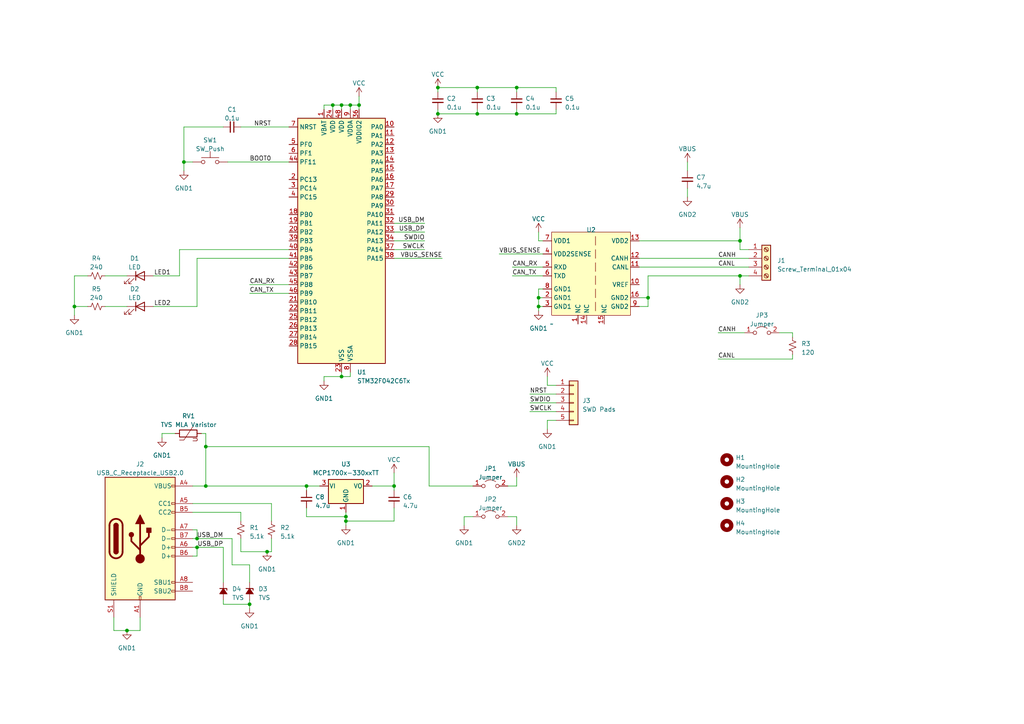
<source format=kicad_sch>
(kicad_sch (version 20230121) (generator eeschema)
  (paper "A4")
  (lib_symbols
    (symbol "Connector:Screw_Terminal_01x04" (pin_names (offset 1.016) hide)
      (property "Reference" "J" (at 0 5.08 0))
      (property "Value" "Screw_Terminal_01x04" (at 0 -7.62 0))
      (symbol "Screw_Terminal_01x04_1_1"
        (rectangle (start -1.27 3.81) (end 1.27 -6.35) (stroke (width 0.254)) (fill (type background)))
        (circle (center 0 -5.08) (radius 0.635) (stroke (width 0.1524)))
        (circle (center 0 -2.54) (radius 0.635) (stroke (width 0.1524)))
        (polyline (pts (xy -0.5334 -4.7498) (xy 0.3302 -5.588)) (stroke (width 0.1524)))
        (polyline (pts (xy -0.5334 -2.2098) (xy 0.3302 -3.048)) (stroke (width 0.1524)))
        (polyline (pts (xy -0.5334 0.3302) (xy 0.3302 -0.508)) (stroke (width 0.1524)))
        (polyline (pts (xy -0.5334 2.8702) (xy 0.3302 2.032)) (stroke (width 0.1524)))
        (polyline (pts (xy -0.3556 -4.572) (xy 0.508 -5.4102)) (stroke (width 0.1524)))
        (polyline (pts (xy -0.3556 -2.032) (xy 0.508 -2.8702)) (stroke (width 0.1524)))
        (polyline (pts (xy -0.3556 0.508) (xy 0.508 -0.3302)) (stroke (width 0.1524)))
        (polyline (pts (xy -0.3556 3.048) (xy 0.508 2.2098)) (stroke (width 0.1524)))
        (circle (center 0 0) (radius 0.635) (stroke (width 0.1524)))
        (circle (center 0 2.54) (radius 0.635) (stroke (width 0.1524)))
        (pin passive line (at -5.08 2.54 0) (length 3.81) (name "Pin_1") (number "1"))
        (pin passive line (at -5.08 0 0) (length 3.81) (name "Pin_2") (number "2"))
        (pin passive line (at -5.08 -2.54 0) (length 3.81) (name "Pin_3") (number "3"))
        (pin passive line (at -5.08 -5.08 0) (length 3.81) (name "Pin_4") (number "4"))
      )
    )
    (symbol "Connector:USB_C_Receptacle_USB2.0" (pin_names (offset 1.016))
      (property "Reference" "J" (at -10.16 19.05 0))
      (property "Value" "USB_C_Receptacle_USB2.0" (at 19.05 19.05 0))
      (symbol "USB_C_Receptacle_USB2.0_0_0"
        (rectangle (start -0.254 -17.78) (end 0.254 -16.764))
        (rectangle (start 10.16 -14.986) (end 9.144 -15.494))
        (rectangle (start 10.16 -12.446) (end 9.144 -12.954))
        (rectangle (start 10.16 -4.826) (end 9.144 -5.334))
        (rectangle (start 10.16 -2.286) (end 9.144 -2.794))
        (rectangle (start 10.16 0.254) (end 9.144 -0.254))
        (rectangle (start 10.16 2.794) (end 9.144 2.286))
        (rectangle (start 10.16 7.874) (end 9.144 7.366))
        (rectangle (start 10.16 10.414) (end 9.144 9.906))
        (rectangle (start 10.16 15.494) (end 9.144 14.986))
      )
      (symbol "USB_C_Receptacle_USB2.0_0_1"
        (rectangle (start -10.16 17.78) (end 10.16 -17.78) (stroke (width 0.254)) (fill (type background)))
        (arc (start -8.89 -3.81) (mid -6.985 -5.7067) (end -5.08 -3.81) (stroke (width 0.508)))
        (arc (start -7.62 -3.81) (mid -6.985 -4.4423) (end -6.35 -3.81) (stroke (width 0.254)))
        (arc (start -7.62 -3.81) (mid -6.985 -4.4423) (end -6.35 -3.81) (stroke (width 0.254)) (fill (type outline)))
        (rectangle (start -7.62 -3.81) (end -6.35 3.81) (stroke (width 0.254)) (fill (type outline)))
        (arc (start -6.35 3.81) (mid -6.985 4.4423) (end -7.62 3.81) (stroke (width 0.254)))
        (arc (start -6.35 3.81) (mid -6.985 4.4423) (end -7.62 3.81) (stroke (width 0.254)) (fill (type outline)))
        (arc (start -5.08 3.81) (mid -6.985 5.7067) (end -8.89 3.81) (stroke (width 0.508)))
        (circle (center -2.54 1.143) (radius 0.635) (stroke (width 0.254)) (fill (type outline)))
        (circle (center 0 -5.842) (radius 1.27) (fill (type outline)))
        (polyline (pts (xy -8.89 -3.81) (xy -8.89 3.81)) (stroke (width 0.508)))
        (polyline (pts (xy -5.08 3.81) (xy -5.08 -3.81)) (stroke (width 0.508)))
        (polyline (pts (xy 0 -5.842) (xy 0 4.318)) (stroke (width 0.508)))
        (polyline (pts (xy 0 -3.302) (xy -2.54 -0.762) (xy -2.54 0.508)) (stroke (width 0.508)))
        (polyline (pts (xy 0 -2.032) (xy 2.54 0.508) (xy 2.54 1.778)) (stroke (width 0.508)))
        (polyline (pts (xy -1.27 4.318) (xy 0 6.858) (xy 1.27 4.318) (xy -1.27 4.318)) (stroke (width 0.254)) (fill (type outline)))
        (rectangle (start 1.905 1.778) (end 3.175 3.048) (stroke (width 0.254)) (fill (type outline)))
      )
      (symbol "USB_C_Receptacle_USB2.0_1_1"
        (pin passive line (at 0 -22.86 90) (length 5.08) (name "GND") (number "A1"))
        (pin passive line (at 0 -22.86 90) (length 5.08) hide (name "GND") (number "A12"))
        (pin passive line (at 15.24 15.24 180) (length 5.08) (name "VBUS") (number "A4"))
        (pin bidirectional line (at 15.24 10.16 180) (length 5.08) (name "CC1") (number "A5"))
        (pin bidirectional line (at 15.24 -2.54 180) (length 5.08) (name "D+") (number "A6"))
        (pin bidirectional line (at 15.24 2.54 180) (length 5.08) (name "D-") (number "A7"))
        (pin bidirectional line (at 15.24 -12.7 180) (length 5.08) (name "SBU1") (number "A8"))
        (pin passive line (at 15.24 15.24 180) (length 5.08) hide (name "VBUS") (number "A9"))
        (pin passive line (at 0 -22.86 90) (length 5.08) hide (name "GND") (number "B1"))
        (pin passive line (at 0 -22.86 90) (length 5.08) hide (name "GND") (number "B12"))
        (pin passive line (at 15.24 15.24 180) (length 5.08) hide (name "VBUS") (number "B4"))
        (pin bidirectional line (at 15.24 7.62 180) (length 5.08) (name "CC2") (number "B5"))
        (pin bidirectional line (at 15.24 -5.08 180) (length 5.08) (name "D+") (number "B6"))
        (pin bidirectional line (at 15.24 0 180) (length 5.08) (name "D-") (number "B7"))
        (pin bidirectional line (at 15.24 -15.24 180) (length 5.08) (name "SBU2") (number "B8"))
        (pin passive line (at 15.24 15.24 180) (length 5.08) hide (name "VBUS") (number "B9"))
        (pin passive line (at -7.62 -22.86 90) (length 5.08) (name "SHIELD") (number "S1"))
      )
    )
    (symbol "Connector_Generic:Conn_01x05" (pin_names (offset 1.016) hide)
      (property "Reference" "J" (at 0 7.62 0))
      (property "Value" "Conn_01x05" (at 0 -7.62 0))
      (symbol "Conn_01x05_1_1"
        (rectangle (start -1.27 -4.953) (end 0 -5.207) (stroke (width 0.1524)))
        (rectangle (start -1.27 -2.413) (end 0 -2.667) (stroke (width 0.1524)))
        (rectangle (start -1.27 0.127) (end 0 -0.127) (stroke (width 0.1524)))
        (rectangle (start -1.27 2.667) (end 0 2.413) (stroke (width 0.1524)))
        (rectangle (start -1.27 5.207) (end 0 4.953) (stroke (width 0.1524)))
        (rectangle (start -1.27 6.35) (end 1.27 -6.35) (stroke (width 0.254)) (fill (type background)))
        (pin passive line (at -5.08 5.08 0) (length 3.81) (name "Pin_1") (number "1"))
        (pin passive line (at -5.08 2.54 0) (length 3.81) (name "Pin_2") (number "2"))
        (pin passive line (at -5.08 0 0) (length 3.81) (name "Pin_3") (number "3"))
        (pin passive line (at -5.08 -2.54 0) (length 3.81) (name "Pin_4") (number "4"))
        (pin passive line (at -5.08 -5.08 0) (length 3.81) (name "Pin_5") (number "5"))
      )
    )
    (symbol "Device:C_Small" (pin_numbers hide) (pin_names (offset 0.254) hide)
      (property "Reference" "C" (at 0.254 1.778 0))
      (property "Value" "C_Small" (at 0.254 -2.032 0))
      (symbol "C_Small_0_1"
        (polyline (pts (xy -1.524 -0.508) (xy 1.524 -0.508)) (stroke (width 0.3302)))
        (polyline (pts (xy -1.524 0.508) (xy 1.524 0.508)) (stroke (width 0.3048)))
      )
      (symbol "C_Small_1_1"
        (pin passive line (at 0 2.54 270) (length 2.032) (name "~") (number "1"))
        (pin passive line (at 0 -2.54 90) (length 2.032) (name "~") (number "2"))
      )
    )
    (symbol "Device:D_Zener_Small_Filled" (pin_numbers hide) (pin_names (offset 0.254) hide)
      (property "Reference" "D" (at 0 2.286 0))
      (property "Value" "D_Zener_Small_Filled" (at 0 -2.286 0))
      (symbol "D_Zener_Small_Filled_0_1"
        (polyline (pts (xy 0.762 0) (xy -0.762 0)))
        (polyline (pts (xy -0.254 1.016) (xy -0.762 1.016) (xy -0.762 -1.016)) (stroke (width 0.254)))
        (polyline (pts (xy 0.762 1.016) (xy -0.762 0) (xy 0.762 -1.016) (xy 0.762 1.016)) (stroke (width 0.254)) (fill (type outline)))
      )
      (symbol "D_Zener_Small_Filled_1_1"
        (pin passive line (at -2.54 0 0) (length 1.778) (name "K") (number "1"))
        (pin passive line (at 2.54 0 180) (length 1.778) (name "A") (number "2"))
      )
    )
    (symbol "Device:LED" (pin_numbers hide) (pin_names (offset 1.016) hide)
      (property "Reference" "D" (at 0 2.54 0))
      (property "Value" "LED" (at 0 -2.54 0))
      (symbol "LED_0_1"
        (polyline (pts (xy -1.27 -1.27) (xy -1.27 1.27)) (stroke (width 0.254)))
        (polyline (pts (xy -1.27 0) (xy 1.27 0)))
        (polyline (pts (xy 1.27 -1.27) (xy 1.27 1.27) (xy -1.27 0) (xy 1.27 -1.27)) (stroke (width 0.254)))
        (polyline (pts (xy -3.048 -0.762) (xy -4.572 -2.286) (xy -3.81 -2.286) (xy -4.572 -2.286) (xy -4.572 -1.524)))
        (polyline (pts (xy -1.778 -0.762) (xy -3.302 -2.286) (xy -2.54 -2.286) (xy -3.302 -2.286) (xy -3.302 -1.524)))
      )
      (symbol "LED_1_1"
        (pin passive line (at -3.81 0 0) (length 2.54) (name "K") (number "1"))
        (pin passive line (at 3.81 0 180) (length 2.54) (name "A") (number "2"))
      )
    )
    (symbol "Device:R_Small_US" (pin_numbers hide) (pin_names (offset 0.254) hide)
      (property "Reference" "R" (at 0.762 0.508 0))
      (property "Value" "R_Small_US" (at 0.762 -1.016 0))
      (symbol "R_Small_US_1_1"
        (polyline (pts (xy 0 0) (xy 1.016 -0.381) (xy 0 -0.762) (xy -1.016 -1.143) (xy 0 -1.524)))
        (polyline (pts (xy 0 1.524) (xy 1.016 1.143) (xy 0 0.762) (xy -1.016 0.381) (xy 0 0)))
        (pin passive line (at 0 2.54 270) (length 1.016) (name "~") (number "1"))
        (pin passive line (at 0 -2.54 90) (length 1.016) (name "~") (number "2"))
      )
    )
    (symbol "Device:Varistor" (pin_numbers hide) (pin_names (offset 0))
      (property "Reference" "RV" (at 3.175 0 90))
      (property "Value" "Varistor" (at -3.175 0 90))
      (symbol "Varistor_0_0"
        (text "U" (at -1.778 -2.032 0) (effects (font (size 1.27 1.27))))
      )
      (symbol "Varistor_0_1"
        (rectangle (start -1.016 -2.54) (end 1.016 2.54) (stroke (width 0.254)))
        (polyline (pts (xy -1.905 2.54) (xy -1.905 1.27) (xy 1.905 -1.27)))
      )
      (symbol "Varistor_1_1"
        (pin passive line (at 0 3.81 270) (length 1.27) (name "~") (number "1"))
        (pin passive line (at 0 -3.81 90) (length 1.27) (name "~") (number "2"))
      )
    )
    (symbol "Jumper:Jumper_2_Open" (pin_names (offset 0) hide)
      (property "Reference" "JP" (at 0 2.794 0))
      (property "Value" "Jumper_2_Open" (at 0 -2.286 0))
      (symbol "Jumper_2_Open_0_0"
        (circle (center -2.032 0) (radius 0.508))
        (circle (center 2.032 0) (radius 0.508))
      )
      (symbol "Jumper_2_Open_0_1"
        (arc (start 1.524 1.27) (mid 0 1.778) (end -1.524 1.27))
      )
      (symbol "Jumper_2_Open_1_1"
        (pin passive line (at -5.08 0 0) (length 2.54) (name "A") (number "1"))
        (pin passive line (at 5.08 0 180) (length 2.54) (name "B") (number "2"))
      )
    )
    (symbol "MCU_ST_STM32F0:STM32F042C6Tx"
      (property "Reference" "U" (at -12.7 36.83 0))
      (property "Value" "STM32F042C6Tx" (at 7.62 36.83 0))
      (symbol "STM32F042C6Tx_0_1"
        (rectangle (start -12.7 -35.56) (end 12.7 35.56) (stroke (width 0.254)) (fill (type background)))
      )
      (symbol "STM32F042C6Tx_1_1"
        (pin power_in line (at -5.08 38.1 270) (length 2.54) (name "VBAT") (number "1"))
        (pin bidirectional line (at 15.24 33.02 180) (length 2.54) (name "PA0") (number "10"))
        (pin bidirectional line (at 15.24 30.48 180) (length 2.54) (name "PA1") (number "11"))
        (pin bidirectional line (at 15.24 27.94 180) (length 2.54) (name "PA2") (number "12"))
        (pin bidirectional line (at 15.24 25.4 180) (length 2.54) (name "PA3") (number "13"))
        (pin bidirectional line (at 15.24 22.86 180) (length 2.54) (name "PA4") (number "14"))
        (pin bidirectional line (at 15.24 20.32 180) (length 2.54) (name "PA5") (number "15"))
        (pin bidirectional line (at 15.24 17.78 180) (length 2.54) (name "PA6") (number "16"))
        (pin bidirectional line (at 15.24 15.24 180) (length 2.54) (name "PA7") (number "17"))
        (pin bidirectional line (at -15.24 7.62 0) (length 2.54) (name "PB0") (number "18"))
        (pin bidirectional line (at -15.24 5.08 0) (length 2.54) (name "PB1") (number "19"))
        (pin bidirectional line (at -15.24 17.78 0) (length 2.54) (name "PC13") (number "2"))
        (pin bidirectional line (at -15.24 2.54 0) (length 2.54) (name "PB2") (number "20"))
        (pin bidirectional line (at -15.24 -17.78 0) (length 2.54) (name "PB10") (number "21"))
        (pin bidirectional line (at -15.24 -20.32 0) (length 2.54) (name "PB11") (number "22"))
        (pin power_in line (at 0 -38.1 90) (length 2.54) (name "VSS") (number "23"))
        (pin power_in line (at -2.54 38.1 270) (length 2.54) (name "VDD") (number "24"))
        (pin bidirectional line (at -15.24 -22.86 0) (length 2.54) (name "PB12") (number "25"))
        (pin bidirectional line (at -15.24 -25.4 0) (length 2.54) (name "PB13") (number "26"))
        (pin bidirectional line (at -15.24 -27.94 0) (length 2.54) (name "PB14") (number "27"))
        (pin bidirectional line (at -15.24 -30.48 0) (length 2.54) (name "PB15") (number "28"))
        (pin bidirectional line (at 15.24 12.7 180) (length 2.54) (name "PA8") (number "29"))
        (pin bidirectional line (at -15.24 15.24 0) (length 2.54) (name "PC14") (number "3"))
        (pin bidirectional line (at 15.24 10.16 180) (length 2.54) (name "PA9") (number "30"))
        (pin bidirectional line (at 15.24 7.62 180) (length 2.54) (name "PA10") (number "31"))
        (pin bidirectional line (at 15.24 5.08 180) (length 2.54) (name "PA11") (number "32"))
        (pin bidirectional line (at 15.24 2.54 180) (length 2.54) (name "PA12") (number "33"))
        (pin bidirectional line (at 15.24 0 180) (length 2.54) (name "PA13") (number "34"))
        (pin passive line (at 0 -38.1 90) (length 2.54) hide (name "VSS") (number "35"))
        (pin power_in line (at 5.08 38.1 270) (length 2.54) (name "VDDIO2") (number "36"))
        (pin bidirectional line (at 15.24 -2.54 180) (length 2.54) (name "PA14") (number "37"))
        (pin bidirectional line (at 15.24 -5.08 180) (length 2.54) (name "PA15") (number "38"))
        (pin bidirectional line (at -15.24 0 0) (length 2.54) (name "PB3") (number "39"))
        (pin bidirectional line (at -15.24 12.7 0) (length 2.54) (name "PC15") (number "4"))
        (pin bidirectional line (at -15.24 -2.54 0) (length 2.54) (name "PB4") (number "40"))
        (pin bidirectional line (at -15.24 -5.08 0) (length 2.54) (name "PB5") (number "41"))
        (pin bidirectional line (at -15.24 -7.62 0) (length 2.54) (name "PB6") (number "42"))
        (pin bidirectional line (at -15.24 -10.16 0) (length 2.54) (name "PB7") (number "43"))
        (pin bidirectional line (at -15.24 22.86 0) (length 2.54) (name "PF11") (number "44"))
        (pin bidirectional line (at -15.24 -12.7 0) (length 2.54) (name "PB8") (number "45"))
        (pin bidirectional line (at -15.24 -15.24 0) (length 2.54) (name "PB9") (number "46"))
        (pin passive line (at 0 -38.1 90) (length 2.54) hide (name "VSS") (number "47"))
        (pin power_in line (at 0 38.1 270) (length 2.54) (name "VDD") (number "48"))
        (pin bidirectional line (at -15.24 27.94 0) (length 2.54) (name "PF0") (number "5"))
        (pin bidirectional line (at -15.24 25.4 0) (length 2.54) (name "PF1") (number "6"))
        (pin input line (at -15.24 33.02 0) (length 2.54) (name "NRST") (number "7"))
        (pin power_in line (at 2.54 -38.1 90) (length 2.54) (name "VSSA") (number "8"))
        (pin power_in line (at 2.54 38.1 270) (length 2.54) (name "VDDA") (number "9"))
      )
    )
    (symbol "Mechanical:MountingHole" (pin_names (offset 1.016))
      (property "Reference" "H" (at 0 5.08 0))
      (property "Value" "MountingHole" (at 0 3.175 0))
      (symbol "MountingHole_0_1"
        (circle (center 0 0) (radius 1.27) (stroke (width 1.27)))
      )
    )
    (symbol "Regulator_Linear:MCP1700x-330xxTT" (pin_names (offset 0.254))
      (property "Reference" "U" (at -3.81 3.175 0))
      (property "Value" "MCP1700x-330xxTT" (at 0 3.175 0))
      (symbol "MCP1700x-330xxTT_0_1"
        (rectangle (start -5.08 1.905) (end 5.08 -5.08) (stroke (width 0.254)) (fill (type background)))
      )
      (symbol "MCP1700x-330xxTT_1_1"
        (pin power_in line (at 0 -7.62 90) (length 2.54) (name "GND") (number "1"))
        (pin power_out line (at 7.62 0 180) (length 2.54) (name "VO") (number "2"))
        (pin power_in line (at -7.62 0 0) (length 2.54) (name "VI") (number "3"))
      )
    )
    (symbol "Switch:SW_Push" (pin_numbers hide) (pin_names (offset 1.016) hide)
      (property "Reference" "SW" (at 1.27 2.54 0))
      (property "Value" "SW_Push" (at 0 -1.524 0))
      (symbol "SW_Push_0_1"
        (circle (center -2.032 0) (radius 0.508))
        (polyline (pts (xy 0 1.27) (xy 0 3.048)))
        (polyline (pts (xy 2.54 1.27) (xy -2.54 1.27)))
        (circle (center 2.032 0) (radius 0.508))
        (pin passive line (at -5.08 0 0) (length 2.54) (name "1") (number "1"))
        (pin passive line (at 5.08 0 180) (length 2.54) (name "2") (number "2"))
      )
    )
    (symbol "UsbCanAdapter:ADB3054"
      (property "Reference" "U" (at -12.7 -13.97 0))
      (symbol "ADB3054_0_1"
        (rectangle (start -12.7 12.7) (end 10.16 -11.43) (fill (type background)))
        (polyline (pts (xy 0 -7.62) (xy 0 -10.16)))
        (polyline (pts (xy 0 0) (xy 0 -2.54)))
        (polyline (pts (xy 0 3.81) (xy 0 1.27)))
        (polyline (pts (xy 0 7.62) (xy 0 5.08)))
        (polyline (pts (xy 0 -3.81) (xy 0 -6.35) (xy 0 -5.08)))
        (polyline (pts (xy 0 11.43) (xy 0 8.89) (xy 0 10.16) (xy 0 8.89)))
      )
      (symbol "ADB3054_1_1"
        (pin input line (at -5.08 -13.97 90) (length 2.54) (name "NC") (number "1"))
        (pin input line (at 12.7 -2.54 180) (length 2.54) (name "VREF") (number "10"))
        (pin input line (at 12.7 2.54 180) (length 2.54) (name "CANL") (number "11"))
        (pin input line (at 12.7 5.08 180) (length 2.54) (name "CANH") (number "12"))
        (pin input line (at 12.7 10.16 180) (length 2.54) (name "VDD2") (number "13"))
        (pin input line (at -2.54 -13.97 90) (length 2.54) (name "NC") (number "14"))
        (pin input line (at 2.54 -13.97 90) (length 2.54) (name "NC") (number "15"))
        (pin input line (at 12.7 -6.35 180) (length 2.54) (name "GND2") (number "16"))
        (pin input line (at -15.24 -6.35 0) (length 2.54) (name "GND1") (number "2"))
        (pin input line (at -15.24 -8.89 0) (length 2.54) (name "GND1") (number "3"))
        (pin input line (at -15.24 6.35 0) (length 2.54) (name "VDD2SENSE") (number "4"))
        (pin input line (at -15.24 2.54 0) (length 2.54) (name "RXD") (number "5"))
        (pin input line (at -15.24 0 0) (length 2.54) (name "TXD") (number "6"))
        (pin input line (at -15.24 10.16 0) (length 2.54) (name "VDD1") (number "7"))
        (pin input line (at -15.24 -3.81 0) (length 2.54) (name "GND1") (number "8"))
        (pin input line (at 12.7 -8.89 180) (length 2.54) (name "GND2") (number "9"))
      )
    )
    (symbol "power:GND1" (power) (pin_names (offset 0))
      (property "Value" "GND1" (at 0 -3.81 0))
      (symbol "GND1_0_1"
        (polyline (pts (xy 0 0) (xy 0 -1.27) (xy 1.27 -1.27) (xy 0 -2.54) (xy -1.27 -1.27) (xy 0 -1.27)))
      )
      (symbol "GND1_1_1"
        (pin power_in line (at 0 0 270) (length 0) hide (name "GND1") (number "1"))
      )
    )
    (symbol "power:GND2" (power) (pin_names (offset 0))
      (property "Value" "GND2" (at 0 -3.81 0))
      (symbol "GND2_0_1"
        (polyline (pts (xy 0 0) (xy 0 -1.27) (xy 1.27 -1.27) (xy 0 -2.54) (xy -1.27 -1.27) (xy 0 -1.27)))
      )
      (symbol "GND2_1_1"
        (pin power_in line (at 0 0 270) (length 0) hide (name "GND2") (number "1"))
      )
    )
    (symbol "power:VBUS" (power) (pin_names (offset 0))
      (property "Value" "VBUS" (at 0 3.81 0))
      (symbol "VBUS_0_1"
        (polyline (pts (xy -0.762 1.27) (xy 0 2.54)))
        (polyline (pts (xy 0 0) (xy 0 2.54)))
        (polyline (pts (xy 0 2.54) (xy 0.762 1.27)))
      )
      (symbol "VBUS_1_1"
        (pin power_in line (at 0 0 90) (length 0) hide (name "VBUS") (number "1"))
      )
    )
    (symbol "power:VCC" (power) (pin_names (offset 0))
      (property "Value" "VCC" (at 0 3.81 0))
      (symbol "VCC_0_1"
        (polyline (pts (xy -0.762 1.27) (xy 0 2.54)))
        (polyline (pts (xy 0 0) (xy 0 2.54)))
        (polyline (pts (xy 0 2.54) (xy 0.762 1.27)))
      )
      (symbol "VCC_1_1"
        (pin power_in line (at 0 0 90) (length 0) hide (name "VCC") (number "1"))
      )
    )
  )
  (junction (at 214.63 80.01))
  (junction (at 59.69 129.54))
  (junction (at 36.83 182.88))
  (junction (at 99.06 109.22))
  (junction (at 127 25.4))
  (junction (at 156.21 86.36))
  (junction (at 72.39 175.26))
  (junction (at 88.9 140.97))
  (junction (at 77.47 160.02))
  (junction (at 53.34 46.99))
  (junction (at 149.86 33.02))
  (junction (at 100.33 149.86))
  (junction (at 114.3 140.97))
  (junction (at 101.6 30.48))
  (junction (at 59.69 140.97))
  (junction (at 99.06 30.48))
  (junction (at 187.96 86.36))
  (junction (at 149.86 25.4))
  (junction (at 156.21 88.9))
  (junction (at 138.43 33.02))
  (junction (at 57.15 158.75))
  (junction (at 21.59 88.9))
  (junction (at 127 33.02))
  (junction (at 57.15 156.21))
  (junction (at 104.14 30.48))
  (junction (at 138.43 25.4))
  (junction (at 96.52 30.48))
  (junction (at 214.63 69.85))
  (junction (at 100.33 151.13))
  (wire (pts (xy 78.74 160.02) (xy 78.74 156.21)))
  (wire (pts (xy 55.88 46.99) (xy 53.34 46.99)))
  (wire (pts (xy 55.88 156.21) (xy 57.15 156.21)))
  (wire (pts (xy 144.78 73.66) (xy 157.48 73.66)))
  (wire (pts (xy 96.52 30.48) (xy 96.52 31.75)))
  (wire (pts (xy 149.86 33.02) (xy 138.43 33.02)))
  (wire (pts (xy 138.43 25.4) (xy 138.43 26.67)))
  (wire (pts (xy 55.88 158.75) (xy 57.15 158.75)))
  (wire (pts (xy 53.34 46.99) (xy 53.34 49.53)))
  (wire (pts (xy 93.98 109.22) (xy 99.06 109.22)))
  (wire (pts (xy 104.14 27.94) (xy 104.14 30.48)))
  (wire (pts (xy 46.99 125.73) (xy 50.8 125.73)))
  (wire (pts (xy 55.88 153.67) (xy 57.15 153.67)))
  (wire (pts (xy 99.06 30.48) (xy 99.06 31.75)))
  (wire (pts (xy 40.64 182.88) (xy 36.83 182.88)))
  (wire (pts (xy 148.59 80.01) (xy 157.48 80.01)))
  (wire (pts (xy 149.86 25.4) (xy 161.29 25.4)))
  (wire (pts (xy 199.39 54.61) (xy 199.39 57.15)))
  (wire (pts (xy 156.21 88.9) (xy 156.21 86.36)))
  (wire (pts (xy 33.02 179.07) (xy 33.02 182.88)))
  (wire (pts (xy 185.42 77.47) (xy 217.17 77.47)))
  (wire (pts (xy 104.14 30.48) (xy 104.14 31.75)))
  (wire (pts (xy 46.99 127) (xy 46.99 125.73)))
  (wire (pts (xy 59.69 129.54) (xy 124.46 129.54)))
  (wire (pts (xy 72.39 85.09) (xy 83.82 85.09)))
  (wire (pts (xy 107.95 140.97) (xy 114.3 140.97)))
  (wire (pts (xy 187.96 80.01) (xy 214.63 80.01)))
  (wire (pts (xy 217.17 72.39) (xy 214.63 72.39)))
  (wire (pts (xy 88.9 140.97) (xy 88.9 142.24)))
  (wire (pts (xy 55.88 148.59) (xy 69.85 148.59)))
  (wire (pts (xy 149.86 31.75) (xy 149.86 33.02)))
  (wire (pts (xy 149.86 140.97) (xy 149.86 138.43)))
  (wire (pts (xy 156.21 90.17) (xy 156.21 88.9)))
  (wire (pts (xy 72.39 82.55) (xy 83.82 82.55)))
  (wire (pts (xy 25.4 80.01) (xy 21.59 80.01)))
  (wire (pts (xy 57.15 158.75) (xy 57.15 161.29)))
  (wire (pts (xy 214.63 72.39) (xy 214.63 69.85)))
  (wire (pts (xy 101.6 31.75) (xy 101.6 30.48)))
  (wire (pts (xy 30.48 80.01) (xy 36.83 80.01)))
  (wire (pts (xy 64.77 36.83) (xy 53.34 36.83)))
  (wire (pts (xy 114.3 72.39) (xy 123.19 72.39)))
  (wire (pts (xy 93.98 30.48) (xy 93.98 31.75)))
  (wire (pts (xy 93.98 110.49) (xy 93.98 109.22)))
  (wire (pts (xy 149.86 149.86) (xy 149.86 152.4)))
  (wire (pts (xy 156.21 86.36) (xy 157.48 86.36)))
  (wire (pts (xy 59.69 140.97) (xy 88.9 140.97)))
  (wire (pts (xy 229.87 96.52) (xy 229.87 97.79)))
  (wire (pts (xy 40.64 179.07) (xy 40.64 182.88)))
  (wire (pts (xy 57.15 88.9) (xy 57.15 74.93)))
  (wire (pts (xy 69.85 36.83) (xy 83.82 36.83)))
  (wire (pts (xy 101.6 30.48) (xy 99.06 30.48)))
  (wire (pts (xy 187.96 88.9) (xy 185.42 88.9)))
  (wire (pts (xy 158.75 121.92) (xy 158.75 124.46)))
  (wire (pts (xy 149.86 25.4) (xy 149.86 26.67)))
  (wire (pts (xy 30.48 88.9) (xy 36.83 88.9)))
  (wire (pts (xy 114.3 140.97) (xy 114.3 142.24)))
  (wire (pts (xy 138.43 33.02) (xy 127 33.02)))
  (wire (pts (xy 156.21 83.82) (xy 157.48 83.82)))
  (wire (pts (xy 99.06 30.48) (xy 96.52 30.48)))
  (wire (pts (xy 226.06 96.52) (xy 229.87 96.52)))
  (wire (pts (xy 100.33 151.13) (xy 114.3 151.13)))
  (wire (pts (xy 161.29 111.76) (xy 158.75 111.76)))
  (wire (pts (xy 185.42 74.93) (xy 217.17 74.93)))
  (wire (pts (xy 44.45 80.01) (xy 52.07 80.01)))
  (wire (pts (xy 72.39 175.26) (xy 72.39 176.53)))
  (wire (pts (xy 64.77 173.99) (xy 64.77 175.26)))
  (wire (pts (xy 72.39 163.83) (xy 67.31 163.83)))
  (wire (pts (xy 185.42 86.36) (xy 187.96 86.36)))
  (wire (pts (xy 21.59 88.9) (xy 25.4 88.9)))
  (wire (pts (xy 100.33 149.86) (xy 100.33 151.13)))
  (wire (pts (xy 161.29 121.92) (xy 158.75 121.92)))
  (wire (pts (xy 124.46 129.54) (xy 124.46 140.97)))
  (wire (pts (xy 187.96 86.36) (xy 187.96 80.01)))
  (wire (pts (xy 156.21 69.85) (xy 157.48 69.85)))
  (wire (pts (xy 214.63 66.04) (xy 214.63 69.85)))
  (wire (pts (xy 55.88 140.97) (xy 59.69 140.97)))
  (wire (pts (xy 88.9 149.86) (xy 100.33 149.86)))
  (wire (pts (xy 127 33.02) (xy 127 31.75)))
  (wire (pts (xy 114.3 69.85) (xy 123.19 69.85)))
  (wire (pts (xy 161.29 33.02) (xy 149.86 33.02)))
  (wire (pts (xy 156.21 86.36) (xy 156.21 83.82)))
  (wire (pts (xy 69.85 160.02) (xy 69.85 156.21)))
  (wire (pts (xy 153.67 116.84) (xy 161.29 116.84)))
  (wire (pts (xy 72.39 173.99) (xy 72.39 175.26)))
  (wire (pts (xy 33.02 182.88) (xy 36.83 182.88)))
  (wire (pts (xy 114.3 151.13) (xy 114.3 147.32)))
  (wire (pts (xy 55.88 146.05) (xy 78.74 146.05)))
  (wire (pts (xy 21.59 80.01) (xy 21.59 88.9)))
  (wire (pts (xy 214.63 80.01) (xy 217.17 80.01)))
  (wire (pts (xy 158.75 109.22) (xy 158.75 111.76)))
  (wire (pts (xy 96.52 30.48) (xy 93.98 30.48)))
  (wire (pts (xy 88.9 147.32) (xy 88.9 149.86)))
  (wire (pts (xy 187.96 86.36) (xy 187.96 88.9)))
  (wire (pts (xy 77.47 160.02) (xy 78.74 160.02)))
  (wire (pts (xy 156.21 88.9) (xy 157.48 88.9)))
  (wire (pts (xy 114.3 64.77) (xy 123.19 64.77)))
  (wire (pts (xy 77.47 160.02) (xy 69.85 160.02)))
  (wire (pts (xy 153.67 114.3) (xy 161.29 114.3)))
  (wire (pts (xy 52.07 72.39) (xy 52.07 80.01)))
  (wire (pts (xy 153.67 119.38) (xy 161.29 119.38)))
  (wire (pts (xy 100.33 151.13) (xy 100.33 152.4)))
  (wire (pts (xy 161.29 25.4) (xy 161.29 26.67)))
  (wire (pts (xy 229.87 104.14) (xy 208.28 104.14)))
  (wire (pts (xy 78.74 146.05) (xy 78.74 151.13)))
  (wire (pts (xy 57.15 156.21) (xy 67.31 156.21)))
  (wire (pts (xy 59.69 125.73) (xy 59.69 129.54)))
  (wire (pts (xy 53.34 36.83) (xy 53.34 46.99)))
  (wire (pts (xy 57.15 153.67) (xy 57.15 156.21)))
  (wire (pts (xy 99.06 107.95) (xy 99.06 109.22)))
  (wire (pts (xy 114.3 74.93) (xy 128.27 74.93)))
  (wire (pts (xy 64.77 158.75) (xy 64.77 168.91)))
  (wire (pts (xy 64.77 175.26) (xy 72.39 175.26)))
  (wire (pts (xy 100.33 148.59) (xy 100.33 149.86)))
  (wire (pts (xy 101.6 109.22) (xy 99.06 109.22)))
  (wire (pts (xy 134.62 149.86) (xy 137.16 149.86)))
  (wire (pts (xy 127 25.4) (xy 138.43 25.4)))
  (wire (pts (xy 147.32 149.86) (xy 149.86 149.86)))
  (wire (pts (xy 57.15 74.93) (xy 83.82 74.93)))
  (wire (pts (xy 58.42 125.73) (xy 59.69 125.73)))
  (wire (pts (xy 101.6 107.95) (xy 101.6 109.22)))
  (wire (pts (xy 124.46 140.97) (xy 137.16 140.97)))
  (wire (pts (xy 156.21 67.31) (xy 156.21 69.85)))
  (wire (pts (xy 67.31 163.83) (xy 67.31 156.21)))
  (wire (pts (xy 44.45 88.9) (xy 57.15 88.9)))
  (wire (pts (xy 69.85 148.59) (xy 69.85 151.13)))
  (wire (pts (xy 185.42 69.85) (xy 214.63 69.85)))
  (wire (pts (xy 83.82 72.39) (xy 52.07 72.39)))
  (wire (pts (xy 148.59 77.47) (xy 157.48 77.47)))
  (wire (pts (xy 161.29 31.75) (xy 161.29 33.02)))
  (wire (pts (xy 114.3 140.97) (xy 114.3 137.16)))
  (wire (pts (xy 101.6 30.48) (xy 104.14 30.48)))
  (wire (pts (xy 147.32 140.97) (xy 149.86 140.97)))
  (wire (pts (xy 59.69 129.54) (xy 59.69 140.97)))
  (wire (pts (xy 199.39 46.99) (xy 199.39 49.53)))
  (wire (pts (xy 229.87 102.87) (xy 229.87 104.14)))
  (wire (pts (xy 134.62 152.4) (xy 134.62 149.86)))
  (wire (pts (xy 214.63 82.55) (xy 214.63 80.01)))
  (wire (pts (xy 138.43 31.75) (xy 138.43 33.02)))
  (wire (pts (xy 57.15 158.75) (xy 64.77 158.75)))
  (wire (pts (xy 138.43 25.4) (xy 149.86 25.4)))
  (wire (pts (xy 114.3 67.31) (xy 123.19 67.31)))
  (wire (pts (xy 21.59 91.44) (xy 21.59 88.9)))
  (wire (pts (xy 127 25.4) (xy 127 26.67)))
  (wire (pts (xy 66.04 46.99) (xy 83.82 46.99)))
  (wire (pts (xy 88.9 140.97) (xy 92.71 140.97)))
  (wire (pts (xy 208.28 96.52) (xy 215.9 96.52)))
  (wire (pts (xy 72.39 168.91) (xy 72.39 163.83)))
  (wire (pts (xy 55.88 161.29) (xy 57.15 161.29)))
  (label "NRST" (at 73.66 36.83 0))
  (label "USB_DM" (at 64.77 156.21 180))
  (label "CANH" (at 208.28 96.52 0))
  (label "LED1" (at 49.53 80.01 180))
  (label "SWCLK" (at 123.19 72.39 180))
  (label "SWCLK" (at 153.67 119.38 0))
  (label "LED2" (at 49.53 88.9 180))
  (label "SWDIO" (at 153.67 116.84 0))
  (label "NRST" (at 153.67 114.3 0))
  (label "CANL" (at 208.28 77.47 0))
  (label "CAN_TX" (at 72.39 85.09 0))
  (label "CAN_RX" (at 148.59 77.47 0))
  (label "CANH" (at 208.28 74.93 0))
  (label "SWDIO" (at 123.19 69.85 180))
  (label "CANL" (at 208.28 104.14 0))
  (label "USB_DM" (at 123.19 64.77 180))
  (label "VBUS_SENSE" (at 144.78 73.66 0))
  (label "CAN_TX" (at 148.59 80.01 0))
  (label "BOOT0" (at 72.39 46.99 0))
  (label "VBUS_SENSE" (at 128.27 74.93 180))
  (label "CAN_RX" (at 72.39 82.55 0))
  (label "USB_DP" (at 64.77 158.75 180))
  (label "USB_DP" (at 123.19 67.31 180))
  (symbol (lib_id "power:VBUS") (at 199.39 46.99 0) (unit 1)
    (property "Reference" "#PWR014" (effects hide))
    (property "Value" "VBUS" (at 199.39 43.18 0))
  )
  (symbol (lib_id "Regulator_Linear:MCP1700x-330xxTT") (at 100.33 140.97 0) (unit 1)
    (property "Reference" "U3" (at 100.33 134.62 0))
    (property "Value" "MCP1700x-330xxTT" (at 100.33 137.16 0))
    (property "Footprint" "Package_TO_SOT_SMD:SOT-23" (effects hide))
    (property "Datasheet" "http://ww1.microchip.com/downloads/en/DeviceDoc/20001826D.pdf" (effects hide))
  )
  (symbol (lib_id "Mechanical:MountingHole") (at 210.82 133.35 0) (unit 1)
    (property "Reference" "H1" (at 213.36 132.715 0) (effects (justify left)))
    (property "Value" "MountingHole" (at 213.36 135.255 0) (effects (justify left)))
    (property "Footprint" "MountingHole:MountingHole_2.2mm_M2" (effects hide))
  )
  (symbol (lib_id "Mechanical:MountingHole") (at 210.82 152.4 0) (unit 1)
    (property "Reference" "H4" (at 213.36 151.765 0) (effects (justify left)))
    (property "Value" "MountingHole" (at 213.36 154.305 0) (effects (justify left)))
    (property "Footprint" "MountingHole:MountingHole_2.2mm_M2" (effects hide))
  )
  (symbol (lib_id "Connector:USB_C_Receptacle_USB2.0") (at 40.64 156.21 0) (unit 1)
    (property "Reference" "J2" (at 40.64 134.62 0))
    (property "Value" "USB_C_Receptacle_USB2.0" (at 40.64 137.16 0))
    (property "Footprint" "Connector_USB:USB_C_Receptacle_GCT_USB4105-xx-A_16P_TopMnt_Horizontal" (effects hide))
    (property "Datasheet" "https://www.usb.org/sites/default/files/documents/usb_type-c.zip" (effects hide))
  )
  (symbol (lib_id "Jumper:Jumper_2_Open") (at 142.24 149.86 0) (unit 1)
    (property "Reference" "JP2" (at 142.24 144.78 0))
    (property "Value" "Jumper" (at 142.24 147.32 0))
    (property "Footprint" "UsbCanAdapter:short_jumper" (effects hide))
  )
  (symbol (lib_id "power:GND2") (at 149.86 152.4 0) (unit 1)
    (property "Reference" "#PWR06" (effects hide))
    (property "Value" "GND2" (at 149.86 157.48 0))
  )
  (symbol (lib_id "Device:C_Small") (at 88.9 144.78 0) (unit 1)
    (property "Reference" "C8" (at 91.44 144.1513 0) (effects (justify left)))
    (property "Value" "4.7u" (at 91.44 146.6913 0) (effects (justify left)))
    (property "Footprint" "Capacitor_SMD:C_0805_2012Metric" (effects hide))
  )
  (symbol (lib_id "Connector_Generic:Conn_01x05") (at 166.37 116.84 0) (unit 1)
    (property "Reference" "J3" (at 168.91 116.205 0) (effects (justify left)))
    (property "Value" "SWD Pads" (at 168.91 118.745 0) (effects (justify left)))
    (property "Footprint" "UsbCanAdapter:SWD_PADS" (effects hide))
  )
  (symbol (lib_id "Device:R_Small_US") (at 229.87 100.33 180) (unit 1)
    (property "Reference" "R3" (at 232.41 99.695 0) (effects (justify right)))
    (property "Value" "120" (at 232.41 102.235 0) (effects (justify right)))
    (property "Footprint" "Resistor_SMD:R_0603_1608Metric" (effects hide))
  )
  (symbol (lib_id "power:GND1") (at 21.59 91.44 0) (unit 1)
    (property "Reference" "#PWR013" (effects hide))
    (property "Value" "GND1" (at 21.59 96.52 0))
  )
  (symbol (lib_id "Device:C_Small") (at 114.3 144.78 0) (unit 1)
    (property "Reference" "C6" (at 116.84 144.1513 0) (effects (justify left)))
    (property "Value" "4.7u" (at 116.84 146.6913 0) (effects (justify left)))
    (property "Footprint" "Capacitor_SMD:C_0805_2012Metric" (effects hide))
  )
  (symbol (lib_id "Mechanical:MountingHole") (at 210.82 139.7 0) (unit 1)
    (property "Reference" "H2" (at 213.36 139.065 0) (effects (justify left)))
    (property "Value" "MountingHole" (at 213.36 141.605 0) (effects (justify left)))
    (property "Footprint" "MountingHole:MountingHole_2.2mm_M2" (effects hide))
  )
  (symbol (lib_id "power:VBUS") (at 149.86 138.43 0) (unit 1)
    (property "Reference" "#PWR07" (effects hide))
    (property "Value" "VBUS" (at 149.86 134.62 0))
  )
  (symbol (lib_id "Device:C_Small") (at 199.39 52.07 0) (unit 1)
    (property "Reference" "C7" (at 201.93 51.4413 0) (effects (justify left)))
    (property "Value" "4.7u" (at 201.93 53.9813 0) (effects (justify left)))
    (property "Footprint" "Capacitor_SMD:C_0805_2012Metric" (effects hide))
  )
  (symbol (lib_id "Device:C_Small") (at 138.43 29.21 0) (unit 1)
    (property "Reference" "C3" (at 140.97 28.5813 0) (effects (justify left)))
    (property "Value" "0.1u" (at 140.97 31.1213 0) (effects (justify left)))
    (property "Footprint" "Capacitor_SMD:C_0603_1608Metric" (effects hide))
  )
  (symbol (lib_id "Device:R_Small_US") (at 69.85 153.67 0) (unit 1)
    (property "Reference" "R1" (at 72.39 153.035 0) (effects (justify left)))
    (property "Value" "5.1k" (at 72.39 155.575 0) (effects (justify left)))
    (property "Footprint" "Resistor_SMD:R_0603_1608Metric" (effects hide))
  )
  (symbol (lib_id "Device:C_Small") (at 149.86 29.21 0) (unit 1)
    (property "Reference" "C4" (at 152.4 28.5813 0) (effects (justify left)))
    (property "Value" "0.1u" (at 152.4 31.1213 0) (effects (justify left)))
    (property "Footprint" "Capacitor_SMD:C_0603_1608Metric" (effects hide))
  )
  (symbol (lib_id "Jumper:Jumper_2_Open") (at 220.98 96.52 0) (unit 1)
    (property "Reference" "JP3" (at 220.98 91.44 0))
    (property "Value" "Jumper" (at 220.98 93.98 0))
    (property "Footprint" "UsbCanAdapter:short_jumper" (effects hide))
  )
  (symbol (lib_id "Device:R_Small_US") (at 78.74 153.67 0) (unit 1)
    (property "Reference" "R2" (at 81.28 153.035 0) (effects (justify left)))
    (property "Value" "5.1k" (at 81.28 155.575 0) (effects (justify left)))
    (property "Footprint" "Resistor_SMD:R_0603_1608Metric" (effects hide))
  )
  (symbol (lib_id "power:GND2") (at 199.39 57.15 0) (unit 1)
    (property "Reference" "#PWR015" (effects hide))
    (property "Value" "GND2" (at 199.39 62.23 0))
  )
  (symbol (lib_id "Connector:Screw_Terminal_01x04") (at 222.25 74.93 0) (unit 1)
    (property "Reference" "J1" (at 225.425 75.565 0) (effects (justify left)))
    (property "Value" "Screw_Terminal_01x04" (at 225.425 78.105 0) (effects (justify left)))
    (property "Footprint" "UsbCanAdapter:1776119-4" (effects hide))
    (property "Mfg Part Number" "1776119-4" (effects hide))
  )
  (symbol (lib_id "Device:Varistor") (at 54.61 125.73 90) (unit 1)
    (property "Reference" "RV1" (at 54.7092 120.65 90))
    (property "Value" "TVS MLA Varistor" (at 54.7092 123.19 90))
    (property "Footprint" "Resistor_SMD:R_0603_1608Metric" (effects hide))
  )
  (symbol (lib_id "Device:D_Zener_Small_Filled") (at 72.39 171.45 270) (unit 1)
    (property "Reference" "D3" (at 74.93 170.815 90) (effects (justify left)))
    (property "Value" "TVS" (at 74.93 173.355 90) (effects (justify left)))
    (property "Footprint" "Diode_SMD:D_0402_1005Metric_Pad0.77x0.64mm_HandSolder" (effects hide))
  )
  (symbol (lib_id "power:GND1") (at 72.39 176.53 0) (unit 1)
    (property "Reference" "#PWR020" (effects hide))
    (property "Value" "GND1" (at 72.39 181.61 0))
  )
  (symbol (lib_id "power:VBUS") (at 214.63 66.04 0) (unit 1)
    (property "Reference" "#PWR01" (effects hide))
    (property "Value" "VBUS" (at 214.63 62.23 0))
  )
  (symbol (lib_id "Device:LED") (at 40.64 80.01 0) (unit 1)
    (property "Reference" "D1" (at 39.0525 74.93 0))
    (property "Value" "LED" (at 39.0525 77.47 0))
    (property "Footprint" "LED_SMD:LED_0805_2012Metric" (effects hide))
  )
  (symbol (lib_id "Device:C_Small") (at 67.31 36.83 270) (unit 1)
    (property "Reference" "C1" (at 67.3036 31.75 90))
    (property "Value" "0.1u" (at 67.3036 34.29 90))
    (property "Footprint" "Capacitor_SMD:C_0603_1608Metric" (effects hide))
  )
  (symbol (lib_id "power:GND1") (at 46.99 127 0) (unit 1)
    (property "Reference" "#PWR021" (effects hide))
    (property "Value" "GND1" (at 46.99 132.08 0))
  )
  (symbol (lib_id "Mechanical:MountingHole") (at 210.82 146.05 0) (unit 1)
    (property "Reference" "H3" (at 213.36 145.415 0) (effects (justify left)))
    (property "Value" "MountingHole" (at 213.36 147.955 0) (effects (justify left)))
    (property "Footprint" "MountingHole:MountingHole_2.2mm_M2" (effects hide))
  )
  (symbol (lib_id "power:VCC") (at 114.3 137.16 0) (unit 1)
    (property "Reference" "#PWR03" (effects hide))
    (property "Value" "VCC" (at 114.3 133.35 0))
  )
  (symbol (lib_id "power:GND1") (at 77.47 160.02 0) (unit 1)
    (property "Reference" "#PWR04" (effects hide))
    (property "Value" "GND1" (at 77.47 165.1 0))
  )
  (symbol (lib_id "Jumper:Jumper_2_Open") (at 142.24 140.97 0) (unit 1)
    (property "Reference" "JP1" (at 142.24 135.89 0))
    (property "Value" "Jumper" (at 142.24 138.43 0))
    (property "Footprint" "UsbCanAdapter:short_jumper" (effects hide))
  )
  (symbol (lib_id "power:GND1") (at 93.98 110.49 0) (unit 1)
    (property "Reference" "#PWR010" (effects hide))
    (property "Value" "GND1" (at 93.98 115.57 0))
  )
  (symbol (lib_id "Device:D_Zener_Small_Filled") (at 64.77 171.45 270) (unit 1)
    (property "Reference" "D4" (at 67.31 170.815 90) (effects (justify left)))
    (property "Value" "TVS" (at 67.31 173.355 90) (effects (justify left)))
    (property "Footprint" "Diode_SMD:D_0402_1005Metric_Pad0.77x0.64mm_HandSolder" (effects hide))
  )
  (symbol (lib_id "Device:C_Small") (at 161.29 29.21 0) (unit 1)
    (property "Reference" "C5" (at 163.83 28.5813 0) (effects (justify left)))
    (property "Value" "0.1u" (at 163.83 31.1213 0) (effects (justify left)))
    (property "Footprint" "Capacitor_SMD:C_0603_1608Metric" (effects hide))
  )
  (symbol (lib_id "power:VCC") (at 156.21 67.31 0) (unit 1)
    (property "Reference" "#PWR018" (effects hide))
    (property "Value" "VCC" (at 156.21 63.5 0))
  )
  (symbol (lib_id "MCU_ST_STM32F0:STM32F042C6Tx") (at 99.06 69.85 0) (unit 1)
    (property "Reference" "U1" (at 103.5559 107.95 0) (effects (justify left)))
    (property "Value" "STM32F042C6Tx" (at 103.5559 110.49 0) (effects (justify left)))
    (property "Footprint" "Package_QFP:LQFP-48_7x7mm_P0.5mm" (effects hide))
    (property "Datasheet" "https://www.st.com/resource/en/datasheet/stm32f042c6.pdf" (effects hide))
  )
  (symbol (lib_id "Device:C_Small") (at 127 29.21 0) (unit 1)
    (property "Reference" "C2" (at 129.54 28.5813 0) (effects (justify left)))
    (property "Value" "0.1u" (at 129.54 31.1213 0) (effects (justify left)))
    (property "Footprint" "Capacitor_SMD:C_0603_1608Metric" (effects hide))
  )
  (symbol (lib_id "power:GND1") (at 53.34 49.53 0) (unit 1)
    (property "Reference" "#PWR012" (effects hide))
    (property "Value" "GND1" (at 53.34 54.61 0))
  )
  (symbol (lib_id "Switch:SW_Push") (at 60.96 46.99 0) (unit 1)
    (property "Reference" "SW1" (at 60.96 40.64 0))
    (property "Value" "SW_Push" (at 60.96 43.18 0))
    (property "Footprint" "Button_Switch_SMD:SW_SPST_PTS810" (effects hide))
    (property "Mfg Part Number" "PTS810 SJM 250 SMTR LFS" (effects hide))
    (property "DK Part Number" "CKN10502CT-ND" (effects hide))
  )
  (symbol (lib_id "power:GND2") (at 214.63 82.55 0) (unit 1)
    (property "Reference" "#PWR02" (effects hide))
    (property "Value" "GND2" (at 214.63 87.63 0))
  )
  (symbol (lib_id "power:GND1") (at 134.62 152.4 0) (unit 1)
    (property "Reference" "#PWR08" (effects hide))
    (property "Value" "GND1" (at 134.62 157.48 0))
  )
  (symbol (lib_id "Device:R_Small_US") (at 27.94 80.01 90) (unit 1)
    (property "Reference" "R4" (at 27.94 74.93 90))
    (property "Value" "240" (at 27.94 77.47 90))
    (property "Footprint" "Resistor_SMD:R_0603_1608Metric" (effects hide))
  )
  (symbol (lib_id "UsbCanAdapter:ADB3054") (at 172.72 80.01 0) (unit 1)
    (property "Reference" "U2" (at 171.45 66.675 0))
    (property "Value" "~" (at 160.02 93.98 0))
    (property "Footprint" "Package_SO:SOIC-16W_7.5x10.3mm_P1.27mm" (effects hide))
    (property "Mfg Part Number" "ADM3054WBRWZ-RL7" (effects hide))
  )
  (symbol (lib_id "power:GND1") (at 127 33.02 0) (unit 1)
    (property "Reference" "#PWR017" (effects hide))
    (property "Value" "GND1" (at 127 38.1 0))
  )
  (symbol (lib_id "power:GND1") (at 36.83 182.88 0) (unit 1)
    (property "Reference" "#PWR05" (effects hide))
    (property "Value" "GND1" (at 36.83 187.96 0))
  )
  (symbol (lib_id "Device:LED") (at 40.64 88.9 0) (unit 1)
    (property "Reference" "D2" (at 39.0525 83.82 0))
    (property "Value" "LED" (at 39.0525 86.36 0))
    (property "Footprint" "LED_SMD:LED_0805_2012Metric" (effects hide))
  )
  (symbol (lib_id "power:VCC") (at 158.75 109.22 0) (unit 1)
    (property "Reference" "#PWR022" (effects hide))
    (property "Value" "VCC" (at 158.75 105.41 0))
  )
  (symbol (lib_id "power:GND1") (at 158.75 124.46 0) (unit 1)
    (property "Reference" "#PWR023" (effects hide))
    (property "Value" "GND1" (at 158.75 129.54 0))
  )
  (symbol (lib_id "power:VCC") (at 104.14 27.94 0) (unit 1)
    (property "Reference" "#PWR011" (effects hide))
    (property "Value" "VCC" (at 104.14 24.13 0))
  )
  (symbol (lib_id "power:GND1") (at 100.33 152.4 0) (unit 1)
    (property "Reference" "#PWR09" (effects hide))
    (property "Value" "GND1" (at 100.33 157.48 0))
  )
  (symbol (lib_id "power:GND1") (at 156.21 90.17 0) (unit 1)
    (property "Reference" "#PWR019" (effects hide))
    (property "Value" "GND1" (at 156.21 95.25 0))
  )
  (symbol (lib_id "power:VCC") (at 127 25.4 0) (unit 1)
    (property "Reference" "#PWR016" (effects hide))
    (property "Value" "VCC" (at 127 21.59 0))
  )
  (symbol (lib_id "Device:R_Small_US") (at 27.94 88.9 90) (unit 1)
    (property "Reference" "R5" (at 27.94 83.82 90))
    (property "Value" "240" (at 27.94 86.36 90))
    (property "Footprint" "Resistor_SMD:R_0603_1608Metric" (effects hide))
  )
)
</source>
